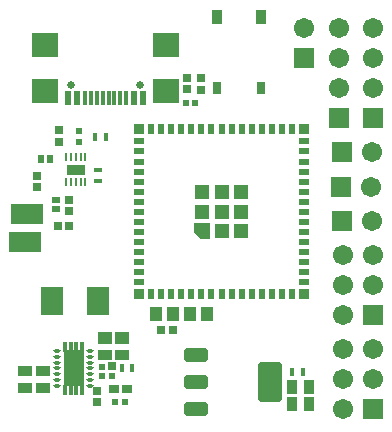
<source format=gbr>
%TF.GenerationSoftware,Altium Limited,Altium Designer,23.1.1 (15)*%
G04 Layer_Color=8388736*
%FSLAX45Y45*%
%MOMM*%
%TF.SameCoordinates,F9E8136A-E86D-4813-A5E9-63B8E08E304F*%
%TF.FilePolarity,Negative*%
%TF.FileFunction,Soldermask,Top*%
%TF.Part,Single*%
G01*
G75*
%TA.AperFunction,SMDPad,CuDef*%
%ADD21R,0.30000X1.15000*%
%ADD22R,0.60000X1.15000*%
%ADD23R,2.18000X2.00000*%
%ADD27R,0.45000X0.67500*%
%ADD28R,0.61535X0.57247*%
%ADD32R,0.46818X0.47247*%
%ADD34R,0.47247X0.46818*%
%ADD36R,0.67248X0.71535*%
%ADD37R,0.57247X0.61535*%
%ADD38R,0.67500X0.45000*%
%TA.AperFunction,ComponentPad*%
%ADD51C,0.65000*%
%TA.AperFunction,SMDPad,CuDef*%
G04:AMPARAMS|DCode=75|XSize=1.1032mm|YSize=1.9532mm|CornerRadius=0.1511mm|HoleSize=0mm|Usage=FLASHONLY|Rotation=90.000|XOffset=0mm|YOffset=0mm|HoleType=Round|Shape=RoundedRectangle|*
%AMROUNDEDRECTD75*
21,1,1.10320,1.65100,0,0,90.0*
21,1,0.80100,1.95320,0,0,90.0*
1,1,0.30220,0.82550,0.40050*
1,1,0.30220,0.82550,-0.40050*
1,1,0.30220,-0.82550,-0.40050*
1,1,0.30220,-0.82550,0.40050*
%
%ADD75ROUNDEDRECTD75*%
G04:AMPARAMS|DCode=76|XSize=3.4032mm|YSize=1.9532mm|CornerRadius=0.1541mm|HoleSize=0mm|Usage=FLASHONLY|Rotation=90.000|XOffset=0mm|YOffset=0mm|HoleType=Round|Shape=RoundedRectangle|*
%AMROUNDEDRECTD76*
21,1,3.40320,1.64500,0,0,90.0*
21,1,3.09500,1.95320,0,0,90.0*
1,1,0.30820,0.82250,1.54750*
1,1,0.30820,0.82250,-1.54750*
1,1,0.30820,-0.82250,-1.54750*
1,1,0.30820,-0.82250,1.54750*
%
%ADD76ROUNDEDRECTD76*%
%ADD77R,0.70000X0.50000*%
%ADD78R,1.17000X0.93000*%
%ADD79R,0.85000X0.70000*%
%ADD80R,0.30000X0.87500*%
%ADD81R,0.50000X0.90000*%
%ADD82R,0.90000X0.50000*%
%TA.AperFunction,BGAPad,CuDef*%
%ADD83R,1.30000X1.30000*%
%TA.AperFunction,SMDPad,CuDef*%
%ADD84R,0.90000X0.90000*%
%TA.AperFunction,ConnectorPad*%
%ADD85R,0.74000X1.04000*%
%ADD86R,0.90320X1.20320*%
%ADD87R,0.80000X1.10000*%
%TA.AperFunction,SMDPad,CuDef*%
%ADD88R,0.93000X1.17000*%
G04:AMPARAMS|DCode=89|XSize=0.64mm|YSize=0.28mm|CornerRadius=0.14mm|HoleSize=0mm|Usage=FLASHONLY|Rotation=180.000|XOffset=0mm|YOffset=0mm|HoleType=Round|Shape=RoundedRectangle|*
%AMROUNDEDRECTD89*
21,1,0.64000,0.00000,0,0,180.0*
21,1,0.36000,0.28000,0,0,180.0*
1,1,0.28000,-0.18000,0.00000*
1,1,0.28000,0.18000,0.00000*
1,1,0.28000,0.18000,0.00000*
1,1,0.28000,-0.18000,0.00000*
%
%ADD89ROUNDEDRECTD89*%
%ADD90R,1.78320X3.05320*%
%ADD91R,0.65320X0.65320*%
%ADD92R,0.49000X0.49000*%
%ADD93R,1.27320X1.03320*%
%ADD94R,1.95320X2.40320*%
%ADD95R,0.76000X0.80000*%
%ADD96R,0.66000X0.64000*%
%ADD97R,1.03320X1.27320*%
%ADD98R,0.74000X0.69000*%
%ADD99R,0.69000X0.74000*%
G04:AMPARAMS|DCode=100|XSize=0.24mm|YSize=0.71mm|CornerRadius=0.05445mm|HoleSize=0mm|Usage=FLASHONLY|Rotation=0.000|XOffset=0mm|YOffset=0mm|HoleType=Round|Shape=RoundedRectangle|*
%AMROUNDEDRECTD100*
21,1,0.24000,0.60110,0,0,0.0*
21,1,0.13110,0.71000,0,0,0.0*
1,1,0.10890,0.06555,-0.30055*
1,1,0.10890,-0.06555,-0.30055*
1,1,0.10890,-0.06555,0.30055*
1,1,0.10890,0.06555,0.30055*
%
%ADD100ROUNDEDRECTD100*%
G04:AMPARAMS|DCode=101|XSize=1.51mm|YSize=0.91mm|CornerRadius=0.0545mm|HoleSize=0mm|Usage=FLASHONLY|Rotation=0.000|XOffset=0mm|YOffset=0mm|HoleType=Round|Shape=RoundedRectangle|*
%AMROUNDEDRECTD101*
21,1,1.51000,0.80100,0,0,0.0*
21,1,1.40100,0.91000,0,0,0.0*
1,1,0.10900,0.70050,-0.40050*
1,1,0.10900,-0.70050,-0.40050*
1,1,0.10900,-0.70050,0.40050*
1,1,0.10900,0.70050,0.40050*
%
%ADD101ROUNDEDRECTD101*%
%ADD102R,0.60320X0.80320*%
%ADD103R,0.80000X0.76000*%
%TA.AperFunction,ComponentPad*%
%ADD104C,1.70320*%
%ADD105R,1.70320X1.70320*%
%TA.AperFunction,SMDPad,CuDef*%
%ADD106R,1.30000X1.30000*%
%TA.AperFunction,ComponentPad*%
%ADD107R,1.70320X1.70320*%
%TA.AperFunction,ViaPad*%
%ADD108R,2.72720X1.72720*%
%ADD109R,2.72720X1.72720*%
G36*
X10907500Y5542500D02*
Y5402500D01*
X10832500D01*
X10767500Y5467500D01*
Y5542500D01*
X10907500D01*
D02*
G37*
D21*
X9846000Y6602500D02*
D03*
X9896000D02*
D03*
X9946000D02*
D03*
X9996000D02*
D03*
X10046000D02*
D03*
X10096000D02*
D03*
X10146000D02*
D03*
X10196000D02*
D03*
D22*
X9781000D02*
D03*
X10261000D02*
D03*
X9701000D02*
D03*
X10341000D02*
D03*
D23*
X9510000Y6660000D02*
D03*
X10532000D02*
D03*
X9510000Y7053000D02*
D03*
X10532000D02*
D03*
D27*
X9933750Y6270000D02*
D03*
X10026250D02*
D03*
X10156250Y4312500D02*
D03*
X10248750D02*
D03*
X11600000Y4282500D02*
D03*
X11692500D02*
D03*
D28*
X10187856Y4025000D02*
D03*
X10102144D02*
D03*
D32*
X10699785Y6560000D02*
D03*
X10780215D02*
D03*
D34*
X9987500Y4242285D02*
D03*
Y4322715D02*
D03*
D36*
X9625000Y6229644D02*
D03*
Y6325356D02*
D03*
D37*
X9794400Y6231343D02*
D03*
Y6317056D02*
D03*
D38*
X9960000Y5987500D02*
D03*
Y5895000D02*
D03*
D51*
X9732000Y6710000D02*
D03*
X10310000D02*
D03*
D75*
X10787500Y4425000D02*
D03*
Y4195000D02*
D03*
Y3965000D02*
D03*
D76*
X11412500Y4195000D02*
D03*
D77*
X9600000Y5732500D02*
D03*
Y5657500D02*
D03*
D78*
X10020000Y4428000D02*
D03*
X10162500D02*
D03*
X9490000Y4148000D02*
D03*
Y4292000D02*
D03*
X9340000Y4148000D02*
D03*
Y4292000D02*
D03*
D79*
X10095000Y4135000D02*
D03*
X10205000D02*
D03*
D80*
X9819000Y4491300D02*
D03*
X9773000D02*
D03*
X9727000D02*
D03*
X9681000D02*
D03*
X9819000Y4128700D02*
D03*
X9773000D02*
D03*
X9727000D02*
D03*
X9681000D02*
D03*
D81*
X10407500Y4937500D02*
D03*
X10492500D02*
D03*
X10577500D02*
D03*
X10662500D02*
D03*
X11002500D02*
D03*
X11087500D02*
D03*
X11172500D02*
D03*
X11257500D02*
D03*
X11342500D02*
D03*
X11427500D02*
D03*
X11512500D02*
D03*
X11597500D02*
D03*
Y6337500D02*
D03*
X11512500D02*
D03*
X10662500D02*
D03*
X10577500D02*
D03*
X10407500D02*
D03*
X10747500Y4937500D02*
D03*
X10832500D02*
D03*
X10917500D02*
D03*
X11427500Y6337500D02*
D03*
X11342500D02*
D03*
X11257500D02*
D03*
X11172500D02*
D03*
X11087500D02*
D03*
X11002500D02*
D03*
X10917500D02*
D03*
X10832500D02*
D03*
X10747500D02*
D03*
X10492500D02*
D03*
D82*
X11702500Y5042500D02*
D03*
Y5127500D02*
D03*
Y5212500D02*
D03*
Y5297500D02*
D03*
Y5382500D02*
D03*
Y5637500D02*
D03*
Y5722500D02*
D03*
Y6062500D02*
D03*
Y6147500D02*
D03*
X10302500Y6232500D02*
D03*
Y6147500D02*
D03*
Y6062500D02*
D03*
Y5977500D02*
D03*
Y5892500D02*
D03*
Y5807500D02*
D03*
Y5722500D02*
D03*
Y5637500D02*
D03*
Y5552500D02*
D03*
Y5467500D02*
D03*
Y5382500D02*
D03*
Y5297500D02*
D03*
Y5212500D02*
D03*
Y5127500D02*
D03*
Y5042500D02*
D03*
X11702500Y5467500D02*
D03*
Y5552500D02*
D03*
Y5807500D02*
D03*
Y5892500D02*
D03*
Y5977500D02*
D03*
Y6232500D02*
D03*
D83*
X10837500Y5637500D02*
D03*
Y5802500D02*
D03*
X11002500Y5472500D02*
D03*
X11167500D02*
D03*
Y5637500D02*
D03*
Y5802500D02*
D03*
D84*
X10302500Y4937500D02*
D03*
X11702500D02*
D03*
Y6337500D02*
D03*
X10302500D02*
D03*
D85*
X10967500Y6682500D02*
D03*
D86*
Y7282500D02*
D03*
X11337500D02*
D03*
D87*
Y6682500D02*
D03*
D88*
X11740000Y4152500D02*
D03*
X11596000D02*
D03*
Y4010000D02*
D03*
X11740000D02*
D03*
D89*
X9890000Y4160000D02*
D03*
Y4210000D02*
D03*
Y4260000D02*
D03*
Y4310000D02*
D03*
Y4360000D02*
D03*
Y4410000D02*
D03*
Y4460000D02*
D03*
X9610000D02*
D03*
Y4410000D02*
D03*
Y4360000D02*
D03*
Y4310000D02*
D03*
Y4260000D02*
D03*
Y4210000D02*
D03*
Y4160000D02*
D03*
D90*
X9750000Y4310000D02*
D03*
D91*
X10072500Y4327500D02*
D03*
D92*
Y4247500D02*
D03*
D93*
X10162500Y4572000D02*
D03*
X10020000D02*
D03*
D94*
X9565000Y4880000D02*
D03*
X9955000D02*
D03*
D95*
X9952500Y4023500D02*
D03*
Y4121500D02*
D03*
X10830000Y6671000D02*
D03*
Y6769000D02*
D03*
D96*
X10710000Y6766000D02*
D03*
Y6674000D02*
D03*
D97*
X10882000Y4770000D02*
D03*
X10738000D02*
D03*
X10448000D02*
D03*
X10592000D02*
D03*
D98*
X9620000Y5515000D02*
D03*
X9715000D02*
D03*
D99*
Y5735000D02*
D03*
Y5640000D02*
D03*
X9440000Y5937500D02*
D03*
Y5842500D02*
D03*
D100*
X9689000Y5889800D02*
D03*
X9729000D02*
D03*
X9769000D02*
D03*
X9809000D02*
D03*
X9849000D02*
D03*
X9689000Y6099800D02*
D03*
X9729000D02*
D03*
X9769000D02*
D03*
X9809000D02*
D03*
X9849000D02*
D03*
D101*
X9769000Y5994800D02*
D03*
D102*
X9550000Y6080000D02*
D03*
X9470000D02*
D03*
D103*
X10588000Y4640000D02*
D03*
X10490000D02*
D03*
D104*
X11702500Y7189000D02*
D03*
X11995000Y6685000D02*
D03*
Y6939000D02*
D03*
Y7193000D02*
D03*
X12028500Y4765000D02*
D03*
X12282500Y5019000D02*
D03*
X12028500D02*
D03*
X12282500Y5273000D02*
D03*
X12028500D02*
D03*
X12270000Y5850000D02*
D03*
X12274000Y6140000D02*
D03*
Y5560000D02*
D03*
X12282500Y7196500D02*
D03*
Y6942500D02*
D03*
Y6688500D02*
D03*
X12028500Y3968500D02*
D03*
X12282500Y4222500D02*
D03*
X12028500D02*
D03*
X12282500Y4476500D02*
D03*
X12028500D02*
D03*
D105*
X11702500Y6935000D02*
D03*
X11995000Y6431000D02*
D03*
X12282500Y4765000D02*
D03*
Y6434500D02*
D03*
Y3968500D02*
D03*
D106*
X11002500Y5802500D02*
D03*
Y5637500D02*
D03*
D107*
X12016000Y5850000D02*
D03*
X12020000Y6140000D02*
D03*
Y5560000D02*
D03*
D108*
X9342500Y5377500D02*
D03*
D109*
X9352500Y5620000D02*
D03*
%TF.MD5,8c16027448e1396ff44f9276c54e8a7b*%
M02*

</source>
